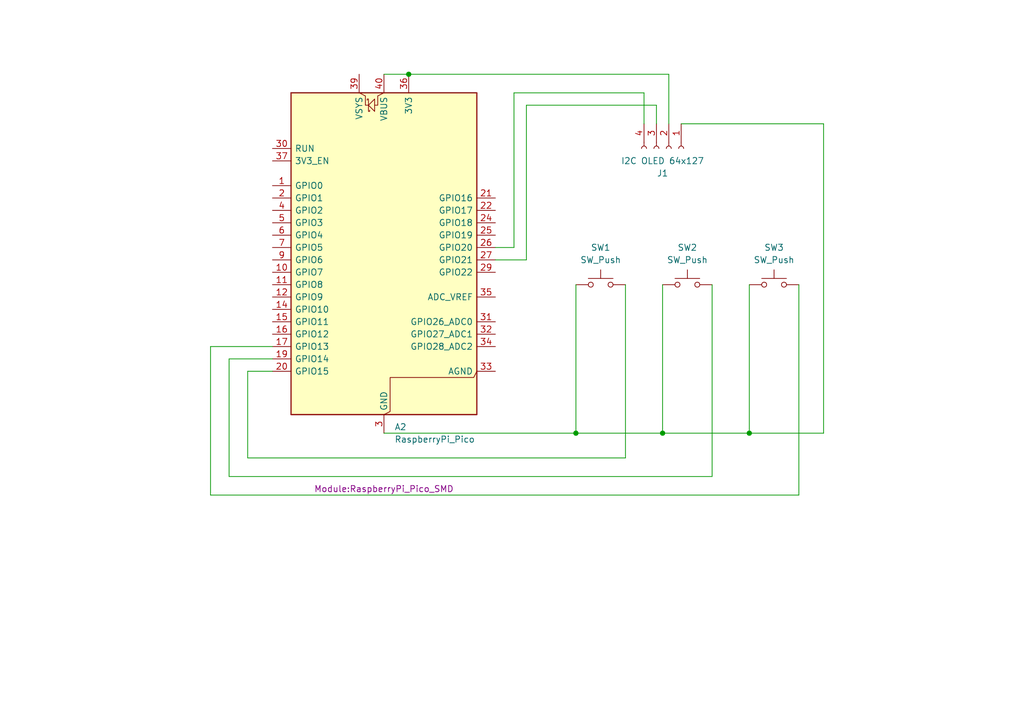
<source format=kicad_sch>
(kicad_sch (version 20250114) (generator "eeschema") (generator_version "9.0")
  (paper "A5")
  (lib_symbols
    (symbol "Connector:Conn_01x04_Socket" (pin_names (offset 1.016) (hide yes))
      (property "Reference" "J1" (at 5.08 -1.27 90))
      (property "Value" "I2C OLED 64x127" (at 2.54 -1.27 90))
      (symbol "Conn_01x04_Socket_1_1"
        (polyline (pts (xy -1.27 2.54) (xy -0.508 2.54)) (stroke (width 0.1524)))
        (polyline (pts (xy -1.27 0) (xy -0.508 0)) (stroke (width 0.1524)))
        (polyline (pts (xy -1.27 -2.54) (xy -0.508 -2.54)) (stroke (width 0.1524)))
        (polyline (pts (xy -1.27 -5.08) (xy -0.508 -5.08)) (stroke (width 0.1524)))
        (arc (start 0 2.032) (mid -0.5058 2.54) (end 0 3.048) (stroke (width 0.1524)))
        (arc (start 0 -0.508) (mid -0.5058 0) (end 0 0.508) (stroke (width 0.1524)))
        (arc (start 0 -3.048) (mid -0.5058 -2.54) (end 0 -2.032) (stroke (width 0.1524)))
        (arc (start 0 -5.588) (mid -0.5058 -5.08) (end 0 -4.572) (stroke (width 0.1524)))
        (pin passive line (at -5.08 2.54 0) (length 3.81) (name "GND") (number "1"))
        (pin passive line (at -5.08 0 0) (length 3.81) (name "VCC") (number "2"))
        (pin passive line (at -5.08 -2.54 0) (length 3.81) (name "SCL") (number "3"))
        (pin passive line (at -5.08 -5.08 0) (length 3.81) (name "SDA") (number "4"))
      )
    )
    (symbol "MCU_Module:RaspberryPi_Pico" (pin_names (offset 0.762))
      (property "Reference" "A" (at -19.05 35.56 0))
      (property "Value" "RaspberryPi_Pico" (at 7.62 35.56 0))
      (symbol "RaspberryPi_Pico_0_1"
        (rectangle (start -19.05 34.29) (end 19.05 -31.75) (stroke (width 0.254)) (fill (type background)))
        (polyline (pts (xy -5.08 34.29) (xy -3.81 33.655) (xy -3.81 31.75) (xy -3.175 31.75)))
        (polyline (pts (xy -3.429 32.766) (xy -3.429 33.02) (xy -3.175 33.02) (xy -3.175 30.48) (xy -2.921 30.48) (xy -2.921 30.734)))
        (polyline (pts (xy -3.175 31.75) (xy -1.905 33.02) (xy -1.905 30.48) (xy -3.175 31.75)))
        (polyline (pts (xy 0 34.29) (xy -1.27 33.655) (xy -1.27 31.75) (xy -1.905 31.75)))
        (polyline (pts (xy 0 -31.75) (xy 1.27 -31.115) (xy 1.27 -24.13) (xy 18.415 -24.13) (xy 19.05 -22.86)))
      )
      (symbol "RaspberryPi_Pico_1_1"
        (pin passive line (at -22.86 22.86 0) (length 3.81) (name "RUN") (number "30"))
        (pin passive line (at -22.86 20.32 0) (length 3.81) (name "3V3_EN") (number "37"))
        (pin bidirectional line (at -22.86 15.24 0) (length 3.81) (name "GPIO0") (number "1"))
        (pin bidirectional line (at -22.86 12.7 0) (length 3.81) (name "GPIO1") (number "2"))
        (pin bidirectional line (at -22.86 10.16 0) (length 3.81) (name "GPIO2") (number "4"))
        (pin bidirectional line (at -22.86 7.62 0) (length 3.81) (name "GPIO3") (number "5"))
        (pin bidirectional line (at -22.86 5.08 0) (length 3.81) (name "GPIO4") (number "6"))
        (pin bidirectional line (at -22.86 2.54 0) (length 3.81) (name "GPIO5") (number "7"))
        (pin bidirectional line (at -22.86 0 0) (length 3.81) (name "GPIO6") (number "9"))
        (pin bidirectional line (at -22.86 -2.54 0) (length 3.81) (name "GPIO7") (number "10"))
        (pin bidirectional line (at -22.86 -5.08 0) (length 3.81) (name "GPIO8") (number "11"))
        (pin bidirectional line (at -22.86 -7.62 0) (length 3.81) (name "GPIO9") (number "12"))
        (pin bidirectional line (at -22.86 -10.16 0) (length 3.81) (name "GPIO10") (number "14"))
        (pin bidirectional line (at -22.86 -12.7 0) (length 3.81) (name "GPIO11") (number "15"))
        (pin bidirectional line (at -22.86 -15.24 0) (length 3.81) (name "GPIO12") (number "16"))
        (pin bidirectional line (at -22.86 -17.78 0) (length 3.81) (name "GPIO13") (number "17"))
        (pin bidirectional line (at -22.86 -20.32 0) (length 3.81) (name "GPIO14") (number "19"))
        (pin bidirectional line (at -22.86 -22.86 0) (length 3.81) (name "GPIO15") (number "20"))
        (pin power_in line (at -5.08 38.1 270) (length 3.81) (name "VSYS") (number "39"))
        (pin power_out line (at 0 38.1 270) (length 3.81) (name "VBUS") (number "40"))
        (pin passive line (at 0 -35.56 90) (length 3.81) (hide yes) (name "GND") (number "13"))
        (pin passive line (at 0 -35.56 90) (length 3.81) (hide yes) (name "GND") (number "18"))
        (pin passive line (at 0 -35.56 90) (length 3.81) (hide yes) (name "GND") (number "23"))
        (pin passive line (at 0 -35.56 90) (length 3.81) (hide yes) (name "GND") (number "28"))
        (pin power_out line (at 0 -35.56 90) (length 3.81) (name "GND") (number "3"))
        (pin passive line (at 0 -35.56 90) (length 3.81) (hide yes) (name "GND") (number "38"))
        (pin passive line (at 0 -35.56 90) (length 3.81) (hide yes) (name "GND") (number "8"))
        (pin power_out line (at 5.08 38.1 270) (length 3.81) (name "3V3") (number "36"))
        (pin bidirectional line (at 22.86 12.7 180) (length 3.81) (name "GPIO16") (number "21"))
        (pin bidirectional line (at 22.86 10.16 180) (length 3.81) (name "GPIO17") (number "22"))
        (pin bidirectional line (at 22.86 7.62 180) (length 3.81) (name "GPIO18") (number "24"))
        (pin bidirectional line (at 22.86 5.08 180) (length 3.81) (name "GPIO19") (number "25"))
        (pin bidirectional line (at 22.86 2.54 180) (length 3.81) (name "GPIO20") (number "26"))
        (pin bidirectional line (at 22.86 0 180) (length 3.81) (name "GPIO21") (number "27"))
        (pin bidirectional line (at 22.86 -2.54 180) (length 3.81) (name "GPIO22") (number "29"))
        (pin power_in line (at 22.86 -7.62 180) (length 3.81) (name "ADC_VREF") (number "35"))
        (pin bidirectional line (at 22.86 -12.7 180) (length 3.81) (name "GPIO26_ADC0") (number "31"))
        (pin bidirectional line (at 22.86 -15.24 180) (length 3.81) (name "GPIO27_ADC1") (number "32"))
        (pin bidirectional line (at 22.86 -17.78 180) (length 3.81) (name "GPIO28_ADC2") (number "34"))
        (pin power_out line (at 22.86 -22.86 180) (length 3.81) (name "AGND") (number "33"))
      )
    )
    (symbol "Switch:SW_Push" (pin_numbers (hide yes)) (pin_names (offset 1.016) (hide yes))
      (property "Reference" "SW" (at 1.27 2.54 0))
      (property "Value" "SW_Push" (at 0 -1.524 0))
      (symbol "SW_Push_0_1"
        (circle (center -2.032 0) (radius 0.508))
        (polyline (pts (xy 0 1.27) (xy 0 3.048)))
        (circle (center 2.032 0) (radius 0.508))
        (polyline (pts (xy 2.54 1.27) (xy -2.54 1.27)))
        (pin passive line (at -5.08 0 0) (length 2.54) (name "1") (number "1"))
        (pin passive line (at 5.08 0 180) (length 2.54) (name "2") (number "2"))
      )
    )
  )
  (junction (at 83.82 15.24))
  (junction (at 153.67 88.9))
  (junction (at 135.89 88.9))
  (junction (at 118.11 88.9))
  (wire (pts (xy 46.99 97.79) (xy 46.99 73.66)))
  (wire (pts (xy 78.74 88.9) (xy 118.11 88.9)))
  (wire (pts (xy 135.89 58.42) (xy 135.89 88.9)))
  (wire (pts (xy 134.62 21.59) (xy 107.95 21.59)))
  (wire (pts (xy 46.99 73.66) (xy 55.88 73.66)))
  (wire (pts (xy 107.95 53.34) (xy 101.6 53.34)))
  (wire (pts (xy 78.74 15.24) (xy 83.82 15.24)))
  (wire (pts (xy 163.83 58.42) (xy 163.83 101.6)))
  (wire (pts (xy 43.18 71.12) (xy 55.88 71.12)))
  (wire (pts (xy 128.27 93.98) (xy 50.8 93.98)))
  (wire (pts (xy 50.8 93.98) (xy 50.8 76.2)))
  (wire (pts (xy 137.16 15.24) (xy 137.16 25.4)))
  (wire (pts (xy 134.62 25.4) (xy 134.62 21.59)))
  (wire (pts (xy 163.83 101.6) (xy 43.18 101.6)))
  (wire (pts (xy 146.05 97.79) (xy 46.99 97.79)))
  (wire (pts (xy 50.8 76.2) (xy 55.88 76.2)))
  (wire (pts (xy 153.67 88.9) (xy 168.91 88.9)))
  (wire (pts (xy 168.91 25.4) (xy 168.91 88.9)))
  (wire (pts (xy 118.11 88.9) (xy 135.89 88.9)))
  (wire (pts (xy 146.05 58.42) (xy 146.05 97.79)))
  (wire (pts (xy 128.27 58.42) (xy 128.27 93.98)))
  (wire (pts (xy 43.18 101.6) (xy 43.18 71.12)))
  (wire (pts (xy 132.08 19.05) (xy 105.41 19.05)))
  (wire (pts (xy 107.95 21.59) (xy 107.95 53.34)))
  (wire (pts (xy 139.7 25.4) (xy 168.91 25.4)))
  (wire (pts (xy 83.82 15.24) (xy 137.16 15.24)))
  (wire (pts (xy 153.67 58.42) (xy 153.67 88.9)))
  (wire (pts (xy 135.89 88.9) (xy 153.67 88.9)))
  (wire (pts (xy 105.41 19.05) (xy 105.41 50.8)))
  (wire (pts (xy 118.11 58.42) (xy 118.11 88.9)))
  (wire (pts (xy 132.08 25.4) (xy 132.08 19.05)))
  (wire (pts (xy 105.41 50.8) (xy 101.6 50.8)))
  (symbol (lib_id "Connector:Conn_01x04_Socket") (at 137.16 30.48 270) (unit 1)
    (property "Reference" "J1" (at 135.89 35.56 90))
    (property "Value" "I2C OLED 64x127" (at 135.89 33.02 90))
    (property "Footprint" "Connector_PinHeader_2.54mm:PinHeader_1x04_P2.54mm_Vertical" (effects (hide yes)))
    (property "Description" "Generic connector, single row, 01x04, script generated" (effects (hide yes)))
  )
  (symbol (lib_id "MCU_Module:RaspberryPi_Pico") (at 78.74 53.34 0) (unit 1)
    (property "Reference" "A2" (at 80.8833 87.63 0) (effects (justify left)))
    (property "Value" "RaspberryPi_Pico" (at 80.8833 90.17 0) (effects (justify left)))
    (property "Footprint" "Module:RaspberryPi_Pico_SMD" (at 78.74 100.33 0))
    (property "Datasheet" "https://datasheets.raspberrypi.com/pico/pico-datasheet.pdf" (effects (hide yes)))
    (property "Description" "Versatile and inexpensive microcontroller module powered by RP2040 dual-core Arm Cortex-M0+ processor up to 133 MHz, 264kB SRAM, 2MB QSPI flash; also supports Raspberry Pi Pico 2" (effects (hide yes)))
  )
  (symbol (lib_id "Switch:SW_Push") (at 158.75 58.42 0) (unit 1)
    (property "Reference" "SW3" (at 158.75 50.8 0))
    (property "Value" "SW_Push" (at 158.75 53.34 0))
    (property "Footprint" "Button_Switch_THT:SW_PUSH_6mm_H7.3mm" (effects (hide yes)))
    (property "Description" "Push button switch, generic, two pins" (effects (hide yes)))
  )
  (symbol (lib_id "Switch:SW_Push") (at 140.97 58.42 0) (unit 1)
    (property "Reference" "SW2" (at 140.97 50.8 0))
    (property "Value" "SW_Push" (at 140.97 53.34 0))
    (property "Footprint" "Button_Switch_THT:SW_PUSH_6mm_H7.3mm" (effects (hide yes)))
    (property "Description" "Push button switch, generic, two pins" (effects (hide yes)))
  )
  (symbol (lib_id "Switch:SW_Push") (at 123.19 58.42 0) (unit 1)
    (property "Reference" "SW1" (at 123.19 50.8 0))
    (property "Value" "SW_Push" (at 123.19 53.34 0))
    (property "Footprint" "Button_Switch_THT:SW_PUSH_6mm_H7.3mm" (effects (hide yes)))
    (property "Description" "Push button switch, generic, two pins" (effects (hide yes)))
  )
)
</source>
